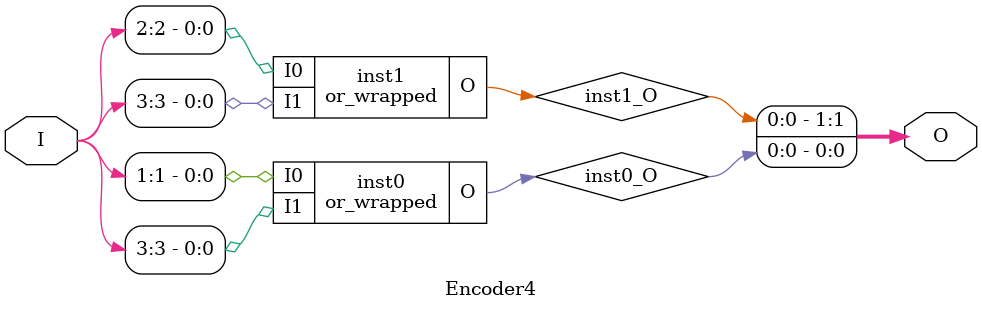
<source format=v>
module or_wrapped (input  I0, input  I1, output  O);
wire  inst0_out;
coreir_or inst0 (.in0(I0), .in1(I1), .out(inst0_out));
assign O = inst0_out;
endmodule

module Encoder4 (input [3:0] I, output [1:0] O);
wire  inst0_O;
wire  inst1_O;
or_wrapped inst0 (.I0(I[1]), .I1(I[3]), .O(inst0_O));
or_wrapped inst1 (.I0(I[2]), .I1(I[3]), .O(inst1_O));
assign O = {inst1_O,inst0_O};
endmodule


</source>
